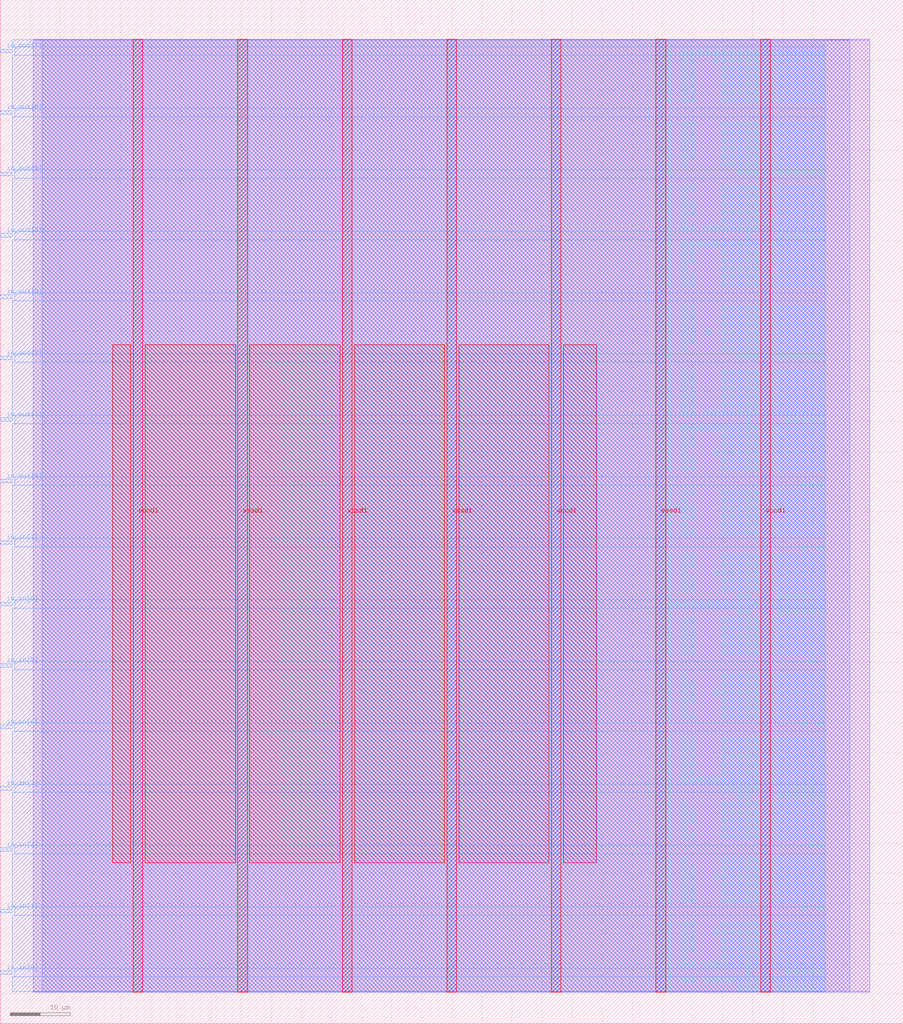
<source format=lef>
VERSION 5.7 ;
  NOWIREEXTENSIONATPIN ON ;
  DIVIDERCHAR "/" ;
  BUSBITCHARS "[]" ;
MACRO moonbase_cpu_4bit
  CLASS BLOCK ;
  FOREIGN moonbase_cpu_4bit ;
  ORIGIN 0.000 0.000 ;
  SIZE 150.000 BY 170.000 ;
  PIN io_in[0]
    DIRECTION INPUT ;
    USE SIGNAL ;
    PORT
      LAYER met3 ;
        RECT 0.000 8.200 2.000 8.800 ;
    END
  END io_in[0]
  PIN io_in[1]
    DIRECTION INPUT ;
    USE SIGNAL ;
    PORT
      LAYER met3 ;
        RECT 0.000 18.400 2.000 19.000 ;
    END
  END io_in[1]
  PIN io_in[2]
    DIRECTION INPUT ;
    USE SIGNAL ;
    PORT
      LAYER met3 ;
        RECT 0.000 28.600 2.000 29.200 ;
    END
  END io_in[2]
  PIN io_in[3]
    DIRECTION INPUT ;
    USE SIGNAL ;
    PORT
      LAYER met3 ;
        RECT 0.000 38.800 2.000 39.400 ;
    END
  END io_in[3]
  PIN io_in[4]
    DIRECTION INPUT ;
    USE SIGNAL ;
    PORT
      LAYER met3 ;
        RECT 0.000 49.000 2.000 49.600 ;
    END
  END io_in[4]
  PIN io_in[5]
    DIRECTION INPUT ;
    USE SIGNAL ;
    PORT
      LAYER met3 ;
        RECT 0.000 59.200 2.000 59.800 ;
    END
  END io_in[5]
  PIN io_in[6]
    DIRECTION INPUT ;
    USE SIGNAL ;
    PORT
      LAYER met3 ;
        RECT 0.000 69.400 2.000 70.000 ;
    END
  END io_in[6]
  PIN io_in[7]
    DIRECTION INPUT ;
    USE SIGNAL ;
    PORT
      LAYER met3 ;
        RECT 0.000 79.600 2.000 80.200 ;
    END
  END io_in[7]
  PIN io_out[0]
    DIRECTION OUTPUT TRISTATE ;
    USE SIGNAL ;
    PORT
      LAYER met3 ;
        RECT 0.000 89.800 2.000 90.400 ;
    END
  END io_out[0]
  PIN io_out[1]
    DIRECTION OUTPUT TRISTATE ;
    USE SIGNAL ;
    PORT
      LAYER met3 ;
        RECT 0.000 100.000 2.000 100.600 ;
    END
  END io_out[1]
  PIN io_out[2]
    DIRECTION OUTPUT TRISTATE ;
    USE SIGNAL ;
    PORT
      LAYER met3 ;
        RECT 0.000 110.200 2.000 110.800 ;
    END
  END io_out[2]
  PIN io_out[3]
    DIRECTION OUTPUT TRISTATE ;
    USE SIGNAL ;
    PORT
      LAYER met3 ;
        RECT 0.000 120.400 2.000 121.000 ;
    END
  END io_out[3]
  PIN io_out[4]
    DIRECTION OUTPUT TRISTATE ;
    USE SIGNAL ;
    PORT
      LAYER met3 ;
        RECT 0.000 130.600 2.000 131.200 ;
    END
  END io_out[4]
  PIN io_out[5]
    DIRECTION OUTPUT TRISTATE ;
    USE SIGNAL ;
    PORT
      LAYER met3 ;
        RECT 0.000 140.800 2.000 141.400 ;
    END
  END io_out[5]
  PIN io_out[6]
    DIRECTION OUTPUT TRISTATE ;
    USE SIGNAL ;
    PORT
      LAYER met3 ;
        RECT 0.000 151.000 2.000 151.600 ;
    END
  END io_out[6]
  PIN io_out[7]
    DIRECTION OUTPUT TRISTATE ;
    USE SIGNAL ;
    PORT
      LAYER met3 ;
        RECT 0.000 161.200 2.000 161.800 ;
    END
  END io_out[7]
  PIN vccd1
    DIRECTION INOUT ;
    USE POWER ;
    PORT
      LAYER met4 ;
        RECT 22.090 5.200 23.690 163.440 ;
    END
    PORT
      LAYER met4 ;
        RECT 56.830 5.200 58.430 163.440 ;
    END
    PORT
      LAYER met4 ;
        RECT 91.570 5.200 93.170 163.440 ;
    END
    PORT
      LAYER met4 ;
        RECT 126.310 5.200 127.910 163.440 ;
    END
  END vccd1
  PIN vssd1
    DIRECTION INOUT ;
    USE GROUND ;
    PORT
      LAYER met4 ;
        RECT 39.460 5.200 41.060 163.440 ;
    END
    PORT
      LAYER met4 ;
        RECT 74.200 5.200 75.800 163.440 ;
    END
    PORT
      LAYER met4 ;
        RECT 108.940 5.200 110.540 163.440 ;
    END
  END vssd1
  OBS
      LAYER li1 ;
        RECT 5.520 5.355 144.440 163.285 ;
      LAYER met1 ;
        RECT 5.520 5.200 144.440 163.440 ;
      LAYER met2 ;
        RECT 7.000 5.255 141.120 163.385 ;
      LAYER met3 ;
        RECT 2.000 162.200 137.015 163.365 ;
        RECT 2.400 160.800 137.015 162.200 ;
        RECT 2.000 152.000 137.015 160.800 ;
        RECT 2.400 150.600 137.015 152.000 ;
        RECT 2.000 141.800 137.015 150.600 ;
        RECT 2.400 140.400 137.015 141.800 ;
        RECT 2.000 131.600 137.015 140.400 ;
        RECT 2.400 130.200 137.015 131.600 ;
        RECT 2.000 121.400 137.015 130.200 ;
        RECT 2.400 120.000 137.015 121.400 ;
        RECT 2.000 111.200 137.015 120.000 ;
        RECT 2.400 109.800 137.015 111.200 ;
        RECT 2.000 101.000 137.015 109.800 ;
        RECT 2.400 99.600 137.015 101.000 ;
        RECT 2.000 90.800 137.015 99.600 ;
        RECT 2.400 89.400 137.015 90.800 ;
        RECT 2.000 80.600 137.015 89.400 ;
        RECT 2.400 79.200 137.015 80.600 ;
        RECT 2.000 70.400 137.015 79.200 ;
        RECT 2.400 69.000 137.015 70.400 ;
        RECT 2.000 60.200 137.015 69.000 ;
        RECT 2.400 58.800 137.015 60.200 ;
        RECT 2.000 50.000 137.015 58.800 ;
        RECT 2.400 48.600 137.015 50.000 ;
        RECT 2.000 39.800 137.015 48.600 ;
        RECT 2.400 38.400 137.015 39.800 ;
        RECT 2.000 29.600 137.015 38.400 ;
        RECT 2.400 28.200 137.015 29.600 ;
        RECT 2.000 19.400 137.015 28.200 ;
        RECT 2.400 18.000 137.015 19.400 ;
        RECT 2.000 9.200 137.015 18.000 ;
        RECT 2.400 7.800 137.015 9.200 ;
        RECT 2.000 5.275 137.015 7.800 ;
      LAYER met4 ;
        RECT 18.695 26.695 21.690 112.705 ;
        RECT 24.090 26.695 39.060 112.705 ;
        RECT 41.460 26.695 56.430 112.705 ;
        RECT 58.830 26.695 73.800 112.705 ;
        RECT 76.200 26.695 91.170 112.705 ;
        RECT 93.570 26.695 99.065 112.705 ;
  END
END moonbase_cpu_4bit
END LIBRARY


</source>
